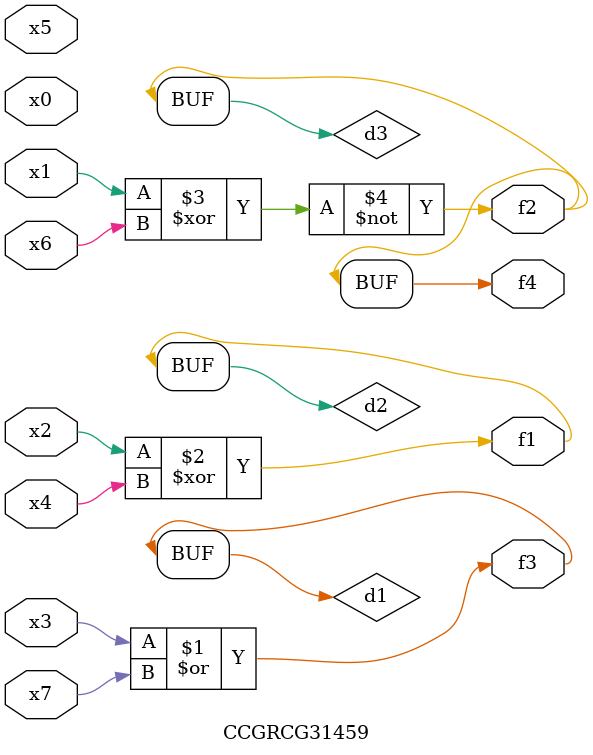
<source format=v>
module CCGRCG31459(
	input x0, x1, x2, x3, x4, x5, x6, x7,
	output f1, f2, f3, f4
);

	wire d1, d2, d3;

	or (d1, x3, x7);
	xor (d2, x2, x4);
	xnor (d3, x1, x6);
	assign f1 = d2;
	assign f2 = d3;
	assign f3 = d1;
	assign f4 = d3;
endmodule

</source>
